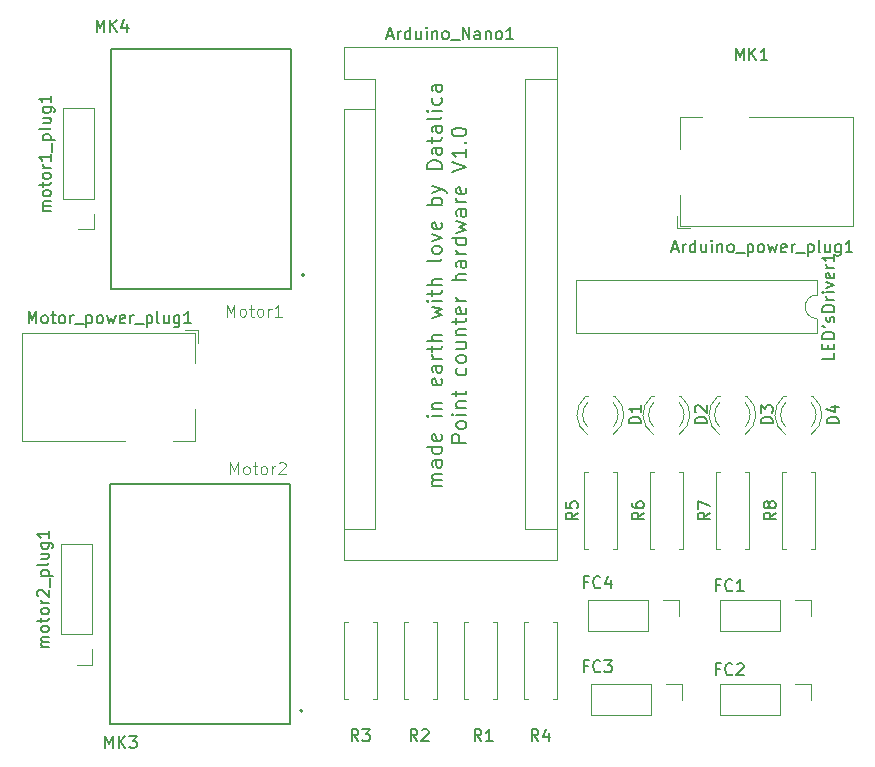
<source format=gto>
G04 #@! TF.GenerationSoftware,KiCad,Pcbnew,5.1.5-52549c5~84~ubuntu18.04.1*
G04 #@! TF.CreationDate,2020-09-18T13:51:25-05:00*
G04 #@! TF.ProjectId,pcb,7063622e-6b69-4636-9164-5f7063625858,rev?*
G04 #@! TF.SameCoordinates,Original*
G04 #@! TF.FileFunction,Legend,Top*
G04 #@! TF.FilePolarity,Positive*
%FSLAX46Y46*%
G04 Gerber Fmt 4.6, Leading zero omitted, Abs format (unit mm)*
G04 Created by KiCad (PCBNEW 5.1.5-52549c5~84~ubuntu18.04.1) date 2020-09-18 13:51:25*
%MOMM*%
%LPD*%
G04 APERTURE LIST*
%ADD10C,0.200000*%
%ADD11C,0.120000*%
%ADD12C,0.127000*%
%ADD13C,0.150000*%
%ADD14C,0.015000*%
G04 APERTURE END LIST*
D10*
X212989976Y-150484047D02*
X212156642Y-150484047D01*
X212275690Y-150484047D02*
X212216166Y-150424523D01*
X212156642Y-150305476D01*
X212156642Y-150126904D01*
X212216166Y-150007857D01*
X212335214Y-149948333D01*
X212989976Y-149948333D01*
X212335214Y-149948333D02*
X212216166Y-149888809D01*
X212156642Y-149769761D01*
X212156642Y-149591190D01*
X212216166Y-149472142D01*
X212335214Y-149412619D01*
X212989976Y-149412619D01*
X212989976Y-148281666D02*
X212335214Y-148281666D01*
X212216166Y-148341190D01*
X212156642Y-148460238D01*
X212156642Y-148698333D01*
X212216166Y-148817380D01*
X212930452Y-148281666D02*
X212989976Y-148400714D01*
X212989976Y-148698333D01*
X212930452Y-148817380D01*
X212811404Y-148876904D01*
X212692357Y-148876904D01*
X212573309Y-148817380D01*
X212513785Y-148698333D01*
X212513785Y-148400714D01*
X212454261Y-148281666D01*
X212989976Y-147150714D02*
X211739976Y-147150714D01*
X212930452Y-147150714D02*
X212989976Y-147269761D01*
X212989976Y-147507857D01*
X212930452Y-147626904D01*
X212870928Y-147686428D01*
X212751880Y-147745952D01*
X212394738Y-147745952D01*
X212275690Y-147686428D01*
X212216166Y-147626904D01*
X212156642Y-147507857D01*
X212156642Y-147269761D01*
X212216166Y-147150714D01*
X212930452Y-146079285D02*
X212989976Y-146198333D01*
X212989976Y-146436428D01*
X212930452Y-146555476D01*
X212811404Y-146615000D01*
X212335214Y-146615000D01*
X212216166Y-146555476D01*
X212156642Y-146436428D01*
X212156642Y-146198333D01*
X212216166Y-146079285D01*
X212335214Y-146019761D01*
X212454261Y-146019761D01*
X212573309Y-146615000D01*
X212989976Y-144531666D02*
X212156642Y-144531666D01*
X211739976Y-144531666D02*
X211799500Y-144591190D01*
X211859023Y-144531666D01*
X211799500Y-144472142D01*
X211739976Y-144531666D01*
X211859023Y-144531666D01*
X212156642Y-143936428D02*
X212989976Y-143936428D01*
X212275690Y-143936428D02*
X212216166Y-143876904D01*
X212156642Y-143757857D01*
X212156642Y-143579285D01*
X212216166Y-143460238D01*
X212335214Y-143400714D01*
X212989976Y-143400714D01*
X212930452Y-141376904D02*
X212989976Y-141495952D01*
X212989976Y-141734047D01*
X212930452Y-141853095D01*
X212811404Y-141912619D01*
X212335214Y-141912619D01*
X212216166Y-141853095D01*
X212156642Y-141734047D01*
X212156642Y-141495952D01*
X212216166Y-141376904D01*
X212335214Y-141317380D01*
X212454261Y-141317380D01*
X212573309Y-141912619D01*
X212989976Y-140245952D02*
X212335214Y-140245952D01*
X212216166Y-140305476D01*
X212156642Y-140424523D01*
X212156642Y-140662619D01*
X212216166Y-140781666D01*
X212930452Y-140245952D02*
X212989976Y-140365000D01*
X212989976Y-140662619D01*
X212930452Y-140781666D01*
X212811404Y-140841190D01*
X212692357Y-140841190D01*
X212573309Y-140781666D01*
X212513785Y-140662619D01*
X212513785Y-140365000D01*
X212454261Y-140245952D01*
X212989976Y-139650714D02*
X212156642Y-139650714D01*
X212394738Y-139650714D02*
X212275690Y-139591190D01*
X212216166Y-139531666D01*
X212156642Y-139412619D01*
X212156642Y-139293571D01*
X212156642Y-139055476D02*
X212156642Y-138579285D01*
X211739976Y-138876904D02*
X212811404Y-138876904D01*
X212930452Y-138817380D01*
X212989976Y-138698333D01*
X212989976Y-138579285D01*
X212989976Y-138162619D02*
X211739976Y-138162619D01*
X212989976Y-137626904D02*
X212335214Y-137626904D01*
X212216166Y-137686428D01*
X212156642Y-137805476D01*
X212156642Y-137984047D01*
X212216166Y-138103095D01*
X212275690Y-138162619D01*
X212156642Y-136198333D02*
X212989976Y-135960238D01*
X212394738Y-135722142D01*
X212989976Y-135484047D01*
X212156642Y-135245952D01*
X212989976Y-134769761D02*
X212156642Y-134769761D01*
X211739976Y-134769761D02*
X211799500Y-134829285D01*
X211859023Y-134769761D01*
X211799500Y-134710238D01*
X211739976Y-134769761D01*
X211859023Y-134769761D01*
X212156642Y-134353095D02*
X212156642Y-133876904D01*
X211739976Y-134174523D02*
X212811404Y-134174523D01*
X212930452Y-134115000D01*
X212989976Y-133995952D01*
X212989976Y-133876904D01*
X212989976Y-133460238D02*
X211739976Y-133460238D01*
X212989976Y-132924523D02*
X212335214Y-132924523D01*
X212216166Y-132984047D01*
X212156642Y-133103095D01*
X212156642Y-133281666D01*
X212216166Y-133400714D01*
X212275690Y-133460238D01*
X212989976Y-131198333D02*
X212930452Y-131317380D01*
X212811404Y-131376904D01*
X211739976Y-131376904D01*
X212989976Y-130543571D02*
X212930452Y-130662619D01*
X212870928Y-130722142D01*
X212751880Y-130781666D01*
X212394738Y-130781666D01*
X212275690Y-130722142D01*
X212216166Y-130662619D01*
X212156642Y-130543571D01*
X212156642Y-130365000D01*
X212216166Y-130245952D01*
X212275690Y-130186428D01*
X212394738Y-130126904D01*
X212751880Y-130126904D01*
X212870928Y-130186428D01*
X212930452Y-130245952D01*
X212989976Y-130365000D01*
X212989976Y-130543571D01*
X212156642Y-129710238D02*
X212989976Y-129412619D01*
X212156642Y-129115000D01*
X212930452Y-128162619D02*
X212989976Y-128281666D01*
X212989976Y-128519761D01*
X212930452Y-128638809D01*
X212811404Y-128698333D01*
X212335214Y-128698333D01*
X212216166Y-128638809D01*
X212156642Y-128519761D01*
X212156642Y-128281666D01*
X212216166Y-128162619D01*
X212335214Y-128103095D01*
X212454261Y-128103095D01*
X212573309Y-128698333D01*
X212989976Y-126615000D02*
X211739976Y-126615000D01*
X212216166Y-126615000D02*
X212156642Y-126495952D01*
X212156642Y-126257857D01*
X212216166Y-126138809D01*
X212275690Y-126079285D01*
X212394738Y-126019761D01*
X212751880Y-126019761D01*
X212870928Y-126079285D01*
X212930452Y-126138809D01*
X212989976Y-126257857D01*
X212989976Y-126495952D01*
X212930452Y-126615000D01*
X212156642Y-125603095D02*
X212989976Y-125305476D01*
X212156642Y-125007857D02*
X212989976Y-125305476D01*
X213287595Y-125424523D01*
X213347119Y-125484047D01*
X213406642Y-125603095D01*
X212989976Y-123579285D02*
X211739976Y-123579285D01*
X211739976Y-123281666D01*
X211799500Y-123103095D01*
X211918547Y-122984047D01*
X212037595Y-122924523D01*
X212275690Y-122865000D01*
X212454261Y-122865000D01*
X212692357Y-122924523D01*
X212811404Y-122984047D01*
X212930452Y-123103095D01*
X212989976Y-123281666D01*
X212989976Y-123579285D01*
X212989976Y-121793571D02*
X212335214Y-121793571D01*
X212216166Y-121853095D01*
X212156642Y-121972142D01*
X212156642Y-122210238D01*
X212216166Y-122329285D01*
X212930452Y-121793571D02*
X212989976Y-121912619D01*
X212989976Y-122210238D01*
X212930452Y-122329285D01*
X212811404Y-122388809D01*
X212692357Y-122388809D01*
X212573309Y-122329285D01*
X212513785Y-122210238D01*
X212513785Y-121912619D01*
X212454261Y-121793571D01*
X212156642Y-121376904D02*
X212156642Y-120900714D01*
X211739976Y-121198333D02*
X212811404Y-121198333D01*
X212930452Y-121138809D01*
X212989976Y-121019761D01*
X212989976Y-120900714D01*
X212989976Y-119948333D02*
X212335214Y-119948333D01*
X212216166Y-120007857D01*
X212156642Y-120126904D01*
X212156642Y-120365000D01*
X212216166Y-120484047D01*
X212930452Y-119948333D02*
X212989976Y-120067380D01*
X212989976Y-120365000D01*
X212930452Y-120484047D01*
X212811404Y-120543571D01*
X212692357Y-120543571D01*
X212573309Y-120484047D01*
X212513785Y-120365000D01*
X212513785Y-120067380D01*
X212454261Y-119948333D01*
X212989976Y-119174523D02*
X212930452Y-119293571D01*
X212811404Y-119353095D01*
X211739976Y-119353095D01*
X212989976Y-118698333D02*
X212156642Y-118698333D01*
X211739976Y-118698333D02*
X211799500Y-118757857D01*
X211859023Y-118698333D01*
X211799500Y-118638809D01*
X211739976Y-118698333D01*
X211859023Y-118698333D01*
X212930452Y-117567380D02*
X212989976Y-117686428D01*
X212989976Y-117924523D01*
X212930452Y-118043571D01*
X212870928Y-118103095D01*
X212751880Y-118162619D01*
X212394738Y-118162619D01*
X212275690Y-118103095D01*
X212216166Y-118043571D01*
X212156642Y-117924523D01*
X212156642Y-117686428D01*
X212216166Y-117567380D01*
X212989976Y-116495952D02*
X212335214Y-116495952D01*
X212216166Y-116555476D01*
X212156642Y-116674523D01*
X212156642Y-116912619D01*
X212216166Y-117031666D01*
X212930452Y-116495952D02*
X212989976Y-116615000D01*
X212989976Y-116912619D01*
X212930452Y-117031666D01*
X212811404Y-117091190D01*
X212692357Y-117091190D01*
X212573309Y-117031666D01*
X212513785Y-116912619D01*
X212513785Y-116615000D01*
X212454261Y-116495952D01*
X215064976Y-146793571D02*
X213814976Y-146793571D01*
X213814976Y-146317380D01*
X213874500Y-146198333D01*
X213934023Y-146138809D01*
X214053071Y-146079285D01*
X214231642Y-146079285D01*
X214350690Y-146138809D01*
X214410214Y-146198333D01*
X214469738Y-146317380D01*
X214469738Y-146793571D01*
X215064976Y-145365000D02*
X215005452Y-145484047D01*
X214945928Y-145543571D01*
X214826880Y-145603095D01*
X214469738Y-145603095D01*
X214350690Y-145543571D01*
X214291166Y-145484047D01*
X214231642Y-145365000D01*
X214231642Y-145186428D01*
X214291166Y-145067380D01*
X214350690Y-145007857D01*
X214469738Y-144948333D01*
X214826880Y-144948333D01*
X214945928Y-145007857D01*
X215005452Y-145067380D01*
X215064976Y-145186428D01*
X215064976Y-145365000D01*
X215064976Y-144412619D02*
X214231642Y-144412619D01*
X213814976Y-144412619D02*
X213874500Y-144472142D01*
X213934023Y-144412619D01*
X213874500Y-144353095D01*
X213814976Y-144412619D01*
X213934023Y-144412619D01*
X214231642Y-143817380D02*
X215064976Y-143817380D01*
X214350690Y-143817380D02*
X214291166Y-143757857D01*
X214231642Y-143638809D01*
X214231642Y-143460238D01*
X214291166Y-143341190D01*
X214410214Y-143281666D01*
X215064976Y-143281666D01*
X214231642Y-142865000D02*
X214231642Y-142388809D01*
X213814976Y-142686428D02*
X214886404Y-142686428D01*
X215005452Y-142626904D01*
X215064976Y-142507857D01*
X215064976Y-142388809D01*
X215005452Y-140484047D02*
X215064976Y-140603095D01*
X215064976Y-140841190D01*
X215005452Y-140960238D01*
X214945928Y-141019761D01*
X214826880Y-141079285D01*
X214469738Y-141079285D01*
X214350690Y-141019761D01*
X214291166Y-140960238D01*
X214231642Y-140841190D01*
X214231642Y-140603095D01*
X214291166Y-140484047D01*
X215064976Y-139769761D02*
X215005452Y-139888809D01*
X214945928Y-139948333D01*
X214826880Y-140007857D01*
X214469738Y-140007857D01*
X214350690Y-139948333D01*
X214291166Y-139888809D01*
X214231642Y-139769761D01*
X214231642Y-139591190D01*
X214291166Y-139472142D01*
X214350690Y-139412619D01*
X214469738Y-139353095D01*
X214826880Y-139353095D01*
X214945928Y-139412619D01*
X215005452Y-139472142D01*
X215064976Y-139591190D01*
X215064976Y-139769761D01*
X214231642Y-138281666D02*
X215064976Y-138281666D01*
X214231642Y-138817380D02*
X214886404Y-138817380D01*
X215005452Y-138757857D01*
X215064976Y-138638809D01*
X215064976Y-138460238D01*
X215005452Y-138341190D01*
X214945928Y-138281666D01*
X214231642Y-137686428D02*
X215064976Y-137686428D01*
X214350690Y-137686428D02*
X214291166Y-137626904D01*
X214231642Y-137507857D01*
X214231642Y-137329285D01*
X214291166Y-137210238D01*
X214410214Y-137150714D01*
X215064976Y-137150714D01*
X214231642Y-136734047D02*
X214231642Y-136257857D01*
X213814976Y-136555476D02*
X214886404Y-136555476D01*
X215005452Y-136495952D01*
X215064976Y-136376904D01*
X215064976Y-136257857D01*
X215005452Y-135365000D02*
X215064976Y-135484047D01*
X215064976Y-135722142D01*
X215005452Y-135841190D01*
X214886404Y-135900714D01*
X214410214Y-135900714D01*
X214291166Y-135841190D01*
X214231642Y-135722142D01*
X214231642Y-135484047D01*
X214291166Y-135365000D01*
X214410214Y-135305476D01*
X214529261Y-135305476D01*
X214648309Y-135900714D01*
X215064976Y-134769761D02*
X214231642Y-134769761D01*
X214469738Y-134769761D02*
X214350690Y-134710238D01*
X214291166Y-134650714D01*
X214231642Y-134531666D01*
X214231642Y-134412619D01*
X215064976Y-133043571D02*
X213814976Y-133043571D01*
X215064976Y-132507857D02*
X214410214Y-132507857D01*
X214291166Y-132567380D01*
X214231642Y-132686428D01*
X214231642Y-132865000D01*
X214291166Y-132984047D01*
X214350690Y-133043571D01*
X215064976Y-131376904D02*
X214410214Y-131376904D01*
X214291166Y-131436428D01*
X214231642Y-131555476D01*
X214231642Y-131793571D01*
X214291166Y-131912619D01*
X215005452Y-131376904D02*
X215064976Y-131495952D01*
X215064976Y-131793571D01*
X215005452Y-131912619D01*
X214886404Y-131972142D01*
X214767357Y-131972142D01*
X214648309Y-131912619D01*
X214588785Y-131793571D01*
X214588785Y-131495952D01*
X214529261Y-131376904D01*
X215064976Y-130781666D02*
X214231642Y-130781666D01*
X214469738Y-130781666D02*
X214350690Y-130722142D01*
X214291166Y-130662619D01*
X214231642Y-130543571D01*
X214231642Y-130424523D01*
X215064976Y-129472142D02*
X213814976Y-129472142D01*
X215005452Y-129472142D02*
X215064976Y-129591190D01*
X215064976Y-129829285D01*
X215005452Y-129948333D01*
X214945928Y-130007857D01*
X214826880Y-130067380D01*
X214469738Y-130067380D01*
X214350690Y-130007857D01*
X214291166Y-129948333D01*
X214231642Y-129829285D01*
X214231642Y-129591190D01*
X214291166Y-129472142D01*
X214231642Y-128995952D02*
X215064976Y-128757857D01*
X214469738Y-128519761D01*
X215064976Y-128281666D01*
X214231642Y-128043571D01*
X215064976Y-127031666D02*
X214410214Y-127031666D01*
X214291166Y-127091190D01*
X214231642Y-127210238D01*
X214231642Y-127448333D01*
X214291166Y-127567380D01*
X215005452Y-127031666D02*
X215064976Y-127150714D01*
X215064976Y-127448333D01*
X215005452Y-127567380D01*
X214886404Y-127626904D01*
X214767357Y-127626904D01*
X214648309Y-127567380D01*
X214588785Y-127448333D01*
X214588785Y-127150714D01*
X214529261Y-127031666D01*
X215064976Y-126436428D02*
X214231642Y-126436428D01*
X214469738Y-126436428D02*
X214350690Y-126376904D01*
X214291166Y-126317380D01*
X214231642Y-126198333D01*
X214231642Y-126079285D01*
X215005452Y-125186428D02*
X215064976Y-125305476D01*
X215064976Y-125543571D01*
X215005452Y-125662619D01*
X214886404Y-125722142D01*
X214410214Y-125722142D01*
X214291166Y-125662619D01*
X214231642Y-125543571D01*
X214231642Y-125305476D01*
X214291166Y-125186428D01*
X214410214Y-125126904D01*
X214529261Y-125126904D01*
X214648309Y-125722142D01*
X213814976Y-123817380D02*
X215064976Y-123400714D01*
X213814976Y-122984047D01*
X215064976Y-121912619D02*
X215064976Y-122626904D01*
X215064976Y-122269761D02*
X213814976Y-122269761D01*
X213993547Y-122388809D01*
X214112595Y-122507857D01*
X214172119Y-122626904D01*
X214945928Y-121376904D02*
X215005452Y-121317380D01*
X215064976Y-121376904D01*
X215005452Y-121436428D01*
X214945928Y-121376904D01*
X215064976Y-121376904D01*
X213814976Y-120543571D02*
X213814976Y-120424523D01*
X213874500Y-120305476D01*
X213934023Y-120245952D01*
X214053071Y-120186428D01*
X214291166Y-120126904D01*
X214588785Y-120126904D01*
X214826880Y-120186428D01*
X214945928Y-120245952D01*
X215005452Y-120305476D01*
X215064976Y-120424523D01*
X215064976Y-120543571D01*
X215005452Y-120662619D01*
X214945928Y-120722142D01*
X214826880Y-120781666D01*
X214588785Y-120841190D01*
X214291166Y-120841190D01*
X214053071Y-120781666D01*
X213934023Y-120722142D01*
X213874500Y-120662619D01*
X213814976Y-120543571D01*
D11*
X219966000Y-168510000D02*
X220296000Y-168510000D01*
X219966000Y-161970000D02*
X219966000Y-168510000D01*
X220296000Y-161970000D02*
X219966000Y-161970000D01*
X222706000Y-168510000D02*
X222376000Y-168510000D01*
X222706000Y-161970000D02*
X222706000Y-168510000D01*
X222376000Y-161970000D02*
X222706000Y-161970000D01*
X207356000Y-118504000D02*
X207356000Y-115964000D01*
X207356000Y-115964000D02*
X204686000Y-115964000D01*
X204686000Y-118504000D02*
X204686000Y-156734000D01*
X204686000Y-113294000D02*
X204686000Y-115964000D01*
X220056000Y-115964000D02*
X222726000Y-115964000D01*
X220056000Y-115964000D02*
X220056000Y-154064000D01*
X220056000Y-154064000D02*
X222726000Y-154064000D01*
X207356000Y-118504000D02*
X204686000Y-118504000D01*
X207356000Y-118504000D02*
X207356000Y-154064000D01*
X207356000Y-154064000D02*
X204686000Y-154064000D01*
X204686000Y-156734000D02*
X222726000Y-156734000D01*
X222726000Y-156734000D02*
X222726000Y-113294000D01*
X222726000Y-113294000D02*
X204686000Y-113294000D01*
X183550000Y-128724000D02*
X182220000Y-128724000D01*
X183550000Y-127394000D02*
X183550000Y-128724000D01*
X183550000Y-126124000D02*
X180890000Y-126124000D01*
X180890000Y-126124000D02*
X180890000Y-118444000D01*
X183550000Y-126124000D02*
X183550000Y-118444000D01*
X183550000Y-118444000D02*
X180890000Y-118444000D01*
X244550000Y-149270000D02*
X244220000Y-149270000D01*
X244550000Y-155810000D02*
X244550000Y-149270000D01*
X244220000Y-155810000D02*
X244550000Y-155810000D01*
X241810000Y-149270000D02*
X242140000Y-149270000D01*
X241810000Y-155810000D02*
X241810000Y-149270000D01*
X242140000Y-155810000D02*
X241810000Y-155810000D01*
X238962000Y-149270000D02*
X238632000Y-149270000D01*
X238962000Y-155810000D02*
X238962000Y-149270000D01*
X238632000Y-155810000D02*
X238962000Y-155810000D01*
X236222000Y-149270000D02*
X236552000Y-149270000D01*
X236222000Y-155810000D02*
X236222000Y-149270000D01*
X236552000Y-155810000D02*
X236222000Y-155810000D01*
X233374000Y-149270000D02*
X233044000Y-149270000D01*
X233374000Y-155810000D02*
X233374000Y-149270000D01*
X233044000Y-155810000D02*
X233374000Y-155810000D01*
X230634000Y-149270000D02*
X230964000Y-149270000D01*
X230634000Y-155810000D02*
X230634000Y-149270000D01*
X230964000Y-155810000D02*
X230634000Y-155810000D01*
X227786000Y-149270000D02*
X227456000Y-149270000D01*
X227786000Y-155810000D02*
X227786000Y-149270000D01*
X227456000Y-155810000D02*
X227786000Y-155810000D01*
X225046000Y-149270000D02*
X225376000Y-149270000D01*
X225046000Y-155810000D02*
X225046000Y-149270000D01*
X225376000Y-155810000D02*
X225046000Y-155810000D01*
X204726000Y-168510000D02*
X205056000Y-168510000D01*
X204726000Y-161970000D02*
X204726000Y-168510000D01*
X205056000Y-161970000D02*
X204726000Y-161970000D01*
X207466000Y-168510000D02*
X207136000Y-168510000D01*
X207466000Y-161970000D02*
X207466000Y-168510000D01*
X207136000Y-161970000D02*
X207466000Y-161970000D01*
X209806000Y-168510000D02*
X210136000Y-168510000D01*
X209806000Y-161970000D02*
X209806000Y-168510000D01*
X210136000Y-161970000D02*
X209806000Y-161970000D01*
X212546000Y-168510000D02*
X212216000Y-168510000D01*
X212546000Y-161970000D02*
X212546000Y-168510000D01*
X212216000Y-161970000D02*
X212546000Y-161970000D01*
X214886000Y-168510000D02*
X215216000Y-168510000D01*
X214886000Y-161970000D02*
X214886000Y-168510000D01*
X215216000Y-161970000D02*
X214886000Y-161970000D01*
X217626000Y-168510000D02*
X217296000Y-168510000D01*
X217626000Y-161970000D02*
X217626000Y-168510000D01*
X217296000Y-161970000D02*
X217626000Y-161970000D01*
X192110000Y-137450000D02*
X192110000Y-140050000D01*
X177410000Y-137450000D02*
X192110000Y-137450000D01*
X192110000Y-146650000D02*
X190210000Y-146650000D01*
X192110000Y-143950000D02*
X192110000Y-146650000D01*
X177410000Y-146650000D02*
X177410000Y-137450000D01*
X186210000Y-146650000D02*
X177410000Y-146650000D01*
X191260000Y-137250000D02*
X192310000Y-137250000D01*
X192310000Y-138300000D02*
X192310000Y-137250000D01*
X183410000Y-165598000D02*
X182080000Y-165598000D01*
X183410000Y-164268000D02*
X183410000Y-165598000D01*
X183410000Y-162998000D02*
X180750000Y-162998000D01*
X180750000Y-162998000D02*
X180750000Y-155318000D01*
X183410000Y-162998000D02*
X183410000Y-155318000D01*
X183410000Y-155318000D02*
X180750000Y-155318000D01*
D10*
X201194000Y-169458000D02*
G75*
G03X201194000Y-169458000I-100000J0D01*
G01*
D12*
X184874000Y-150298000D02*
X200114000Y-150298000D01*
X184874000Y-170618000D02*
X184874000Y-150298000D01*
X200114000Y-150298000D02*
X200114000Y-170618000D01*
X200114000Y-170618000D02*
X184874000Y-170618000D01*
D10*
X201334000Y-132584000D02*
G75*
G03X201334000Y-132584000I-100000J0D01*
G01*
D12*
X185014000Y-113424000D02*
X200254000Y-113424000D01*
X185014000Y-133744000D02*
X185014000Y-113424000D01*
X200254000Y-113424000D02*
X200254000Y-133744000D01*
X200254000Y-133744000D02*
X185014000Y-133744000D01*
D11*
X233080000Y-160100000D02*
X233080000Y-161430000D01*
X231750000Y-160100000D02*
X233080000Y-160100000D01*
X230480000Y-160100000D02*
X230480000Y-162760000D01*
X230480000Y-162760000D02*
X225340000Y-162760000D01*
X230480000Y-160100000D02*
X225340000Y-160100000D01*
X225340000Y-160100000D02*
X225340000Y-162760000D01*
X233334000Y-167212000D02*
X233334000Y-168542000D01*
X232004000Y-167212000D02*
X233334000Y-167212000D01*
X230734000Y-167212000D02*
X230734000Y-169872000D01*
X230734000Y-169872000D02*
X225594000Y-169872000D01*
X230734000Y-167212000D02*
X225594000Y-167212000D01*
X225594000Y-167212000D02*
X225594000Y-169872000D01*
X244256000Y-167212000D02*
X244256000Y-168542000D01*
X242926000Y-167212000D02*
X244256000Y-167212000D01*
X241656000Y-167212000D02*
X241656000Y-169872000D01*
X241656000Y-169872000D02*
X236516000Y-169872000D01*
X241656000Y-167212000D02*
X236516000Y-167212000D01*
X236516000Y-167212000D02*
X236516000Y-169872000D01*
X244256000Y-160100000D02*
X244256000Y-161430000D01*
X242926000Y-160100000D02*
X244256000Y-160100000D01*
X241656000Y-160100000D02*
X241656000Y-162760000D01*
X241656000Y-162760000D02*
X236516000Y-162760000D01*
X241656000Y-160100000D02*
X236516000Y-160100000D01*
X236516000Y-160100000D02*
X236516000Y-162760000D01*
X244764000Y-137518000D02*
X244764000Y-136268000D01*
X224324000Y-137518000D02*
X244764000Y-137518000D01*
X224324000Y-133018000D02*
X224324000Y-137518000D01*
X244764000Y-133018000D02*
X224324000Y-133018000D01*
X244764000Y-134268000D02*
X244764000Y-133018000D01*
X244764000Y-136268000D02*
G75*
G02X244764000Y-134268000I0J1000000D01*
G01*
X242100000Y-142852000D02*
X241944000Y-142852000D01*
X244416000Y-142852000D02*
X244260000Y-142852000D01*
X242100163Y-145453130D02*
G75*
G02X242100000Y-143371039I1079837J1041130D01*
G01*
X244259837Y-145453130D02*
G75*
G03X244260000Y-143371039I-1079837J1041130D01*
G01*
X242101392Y-146084335D02*
G75*
G02X241944484Y-142852000I1078608J1672335D01*
G01*
X244258608Y-146084335D02*
G75*
G03X244415516Y-142852000I-1078608J1672335D01*
G01*
X236512000Y-142852000D02*
X236356000Y-142852000D01*
X238828000Y-142852000D02*
X238672000Y-142852000D01*
X236512163Y-145453130D02*
G75*
G02X236512000Y-143371039I1079837J1041130D01*
G01*
X238671837Y-145453130D02*
G75*
G03X238672000Y-143371039I-1079837J1041130D01*
G01*
X236513392Y-146084335D02*
G75*
G02X236356484Y-142852000I1078608J1672335D01*
G01*
X238670608Y-146084335D02*
G75*
G03X238827516Y-142852000I-1078608J1672335D01*
G01*
X230924000Y-142852000D02*
X230768000Y-142852000D01*
X233240000Y-142852000D02*
X233084000Y-142852000D01*
X230924163Y-145453130D02*
G75*
G02X230924000Y-143371039I1079837J1041130D01*
G01*
X233083837Y-145453130D02*
G75*
G03X233084000Y-143371039I-1079837J1041130D01*
G01*
X230925392Y-146084335D02*
G75*
G02X230768484Y-142852000I1078608J1672335D01*
G01*
X233082608Y-146084335D02*
G75*
G03X233239516Y-142852000I-1078608J1672335D01*
G01*
X225336000Y-142852000D02*
X225180000Y-142852000D01*
X227652000Y-142852000D02*
X227496000Y-142852000D01*
X225336163Y-145453130D02*
G75*
G02X225336000Y-143371039I1079837J1041130D01*
G01*
X227495837Y-145453130D02*
G75*
G03X227496000Y-143371039I-1079837J1041130D01*
G01*
X225337392Y-146084335D02*
G75*
G02X225180484Y-142852000I1078608J1672335D01*
G01*
X227494608Y-146084335D02*
G75*
G03X227651516Y-142852000I-1078608J1672335D01*
G01*
X233136000Y-128438000D02*
X233136000Y-125838000D01*
X247836000Y-128438000D02*
X233136000Y-128438000D01*
X233136000Y-119238000D02*
X235036000Y-119238000D01*
X233136000Y-121938000D02*
X233136000Y-119238000D01*
X247836000Y-119238000D02*
X247836000Y-128438000D01*
X239036000Y-119238000D02*
X247836000Y-119238000D01*
X233986000Y-128638000D02*
X232936000Y-128638000D01*
X232936000Y-127588000D02*
X232936000Y-128638000D01*
D13*
X237890476Y-114372380D02*
X237890476Y-113372380D01*
X238223809Y-114086666D01*
X238557142Y-113372380D01*
X238557142Y-114372380D01*
X239033333Y-114372380D02*
X239033333Y-113372380D01*
X239604761Y-114372380D02*
X239176190Y-113800952D01*
X239604761Y-113372380D02*
X239033333Y-113943809D01*
X240557142Y-114372380D02*
X239985714Y-114372380D01*
X240271428Y-114372380D02*
X240271428Y-113372380D01*
X240176190Y-113515238D01*
X240080952Y-113610476D01*
X239985714Y-113658095D01*
X221169333Y-172042380D02*
X220836000Y-171566190D01*
X220597904Y-172042380D02*
X220597904Y-171042380D01*
X220978857Y-171042380D01*
X221074095Y-171090000D01*
X221121714Y-171137619D01*
X221169333Y-171232857D01*
X221169333Y-171375714D01*
X221121714Y-171470952D01*
X221074095Y-171518571D01*
X220978857Y-171566190D01*
X220597904Y-171566190D01*
X222026476Y-171375714D02*
X222026476Y-172042380D01*
X221788380Y-170994761D02*
X221550285Y-171709047D01*
X222169333Y-171709047D01*
X208372666Y-112320666D02*
X208848857Y-112320666D01*
X208277428Y-112606380D02*
X208610761Y-111606380D01*
X208944095Y-112606380D01*
X209277428Y-112606380D02*
X209277428Y-111939714D01*
X209277428Y-112130190D02*
X209325047Y-112034952D01*
X209372666Y-111987333D01*
X209467904Y-111939714D01*
X209563142Y-111939714D01*
X210325047Y-112606380D02*
X210325047Y-111606380D01*
X210325047Y-112558761D02*
X210229809Y-112606380D01*
X210039333Y-112606380D01*
X209944095Y-112558761D01*
X209896476Y-112511142D01*
X209848857Y-112415904D01*
X209848857Y-112130190D01*
X209896476Y-112034952D01*
X209944095Y-111987333D01*
X210039333Y-111939714D01*
X210229809Y-111939714D01*
X210325047Y-111987333D01*
X211229809Y-111939714D02*
X211229809Y-112606380D01*
X210801238Y-111939714D02*
X210801238Y-112463523D01*
X210848857Y-112558761D01*
X210944095Y-112606380D01*
X211086952Y-112606380D01*
X211182190Y-112558761D01*
X211229809Y-112511142D01*
X211706000Y-112606380D02*
X211706000Y-111939714D01*
X211706000Y-111606380D02*
X211658380Y-111654000D01*
X211706000Y-111701619D01*
X211753619Y-111654000D01*
X211706000Y-111606380D01*
X211706000Y-111701619D01*
X212182190Y-111939714D02*
X212182190Y-112606380D01*
X212182190Y-112034952D02*
X212229809Y-111987333D01*
X212325047Y-111939714D01*
X212467904Y-111939714D01*
X212563142Y-111987333D01*
X212610761Y-112082571D01*
X212610761Y-112606380D01*
X213229809Y-112606380D02*
X213134571Y-112558761D01*
X213086952Y-112511142D01*
X213039333Y-112415904D01*
X213039333Y-112130190D01*
X213086952Y-112034952D01*
X213134571Y-111987333D01*
X213229809Y-111939714D01*
X213372666Y-111939714D01*
X213467904Y-111987333D01*
X213515523Y-112034952D01*
X213563142Y-112130190D01*
X213563142Y-112415904D01*
X213515523Y-112511142D01*
X213467904Y-112558761D01*
X213372666Y-112606380D01*
X213229809Y-112606380D01*
X213753619Y-112701619D02*
X214515523Y-112701619D01*
X214753619Y-112606380D02*
X214753619Y-111606380D01*
X215325047Y-112606380D01*
X215325047Y-111606380D01*
X216229809Y-112606380D02*
X216229809Y-112082571D01*
X216182190Y-111987333D01*
X216086952Y-111939714D01*
X215896476Y-111939714D01*
X215801238Y-111987333D01*
X216229809Y-112558761D02*
X216134571Y-112606380D01*
X215896476Y-112606380D01*
X215801238Y-112558761D01*
X215753619Y-112463523D01*
X215753619Y-112368285D01*
X215801238Y-112273047D01*
X215896476Y-112225428D01*
X216134571Y-112225428D01*
X216229809Y-112177809D01*
X216706000Y-111939714D02*
X216706000Y-112606380D01*
X216706000Y-112034952D02*
X216753619Y-111987333D01*
X216848857Y-111939714D01*
X216991714Y-111939714D01*
X217086952Y-111987333D01*
X217134571Y-112082571D01*
X217134571Y-112606380D01*
X217753619Y-112606380D02*
X217658380Y-112558761D01*
X217610761Y-112511142D01*
X217563142Y-112415904D01*
X217563142Y-112130190D01*
X217610761Y-112034952D01*
X217658380Y-111987333D01*
X217753619Y-111939714D01*
X217896476Y-111939714D01*
X217991714Y-111987333D01*
X218039333Y-112034952D01*
X218086952Y-112130190D01*
X218086952Y-112415904D01*
X218039333Y-112511142D01*
X217991714Y-112558761D01*
X217896476Y-112606380D01*
X217753619Y-112606380D01*
X219039333Y-112606380D02*
X218467904Y-112606380D01*
X218753619Y-112606380D02*
X218753619Y-111606380D01*
X218658380Y-111749238D01*
X218563142Y-111844476D01*
X218467904Y-111892095D01*
X179878380Y-127194952D02*
X179211714Y-127194952D01*
X179306952Y-127194952D02*
X179259333Y-127147333D01*
X179211714Y-127052095D01*
X179211714Y-126909238D01*
X179259333Y-126814000D01*
X179354571Y-126766380D01*
X179878380Y-126766380D01*
X179354571Y-126766380D02*
X179259333Y-126718761D01*
X179211714Y-126623523D01*
X179211714Y-126480666D01*
X179259333Y-126385428D01*
X179354571Y-126337809D01*
X179878380Y-126337809D01*
X179878380Y-125718761D02*
X179830761Y-125814000D01*
X179783142Y-125861619D01*
X179687904Y-125909238D01*
X179402190Y-125909238D01*
X179306952Y-125861619D01*
X179259333Y-125814000D01*
X179211714Y-125718761D01*
X179211714Y-125575904D01*
X179259333Y-125480666D01*
X179306952Y-125433047D01*
X179402190Y-125385428D01*
X179687904Y-125385428D01*
X179783142Y-125433047D01*
X179830761Y-125480666D01*
X179878380Y-125575904D01*
X179878380Y-125718761D01*
X179211714Y-125099714D02*
X179211714Y-124718761D01*
X178878380Y-124956857D02*
X179735523Y-124956857D01*
X179830761Y-124909238D01*
X179878380Y-124814000D01*
X179878380Y-124718761D01*
X179878380Y-124242571D02*
X179830761Y-124337809D01*
X179783142Y-124385428D01*
X179687904Y-124433047D01*
X179402190Y-124433047D01*
X179306952Y-124385428D01*
X179259333Y-124337809D01*
X179211714Y-124242571D01*
X179211714Y-124099714D01*
X179259333Y-124004476D01*
X179306952Y-123956857D01*
X179402190Y-123909238D01*
X179687904Y-123909238D01*
X179783142Y-123956857D01*
X179830761Y-124004476D01*
X179878380Y-124099714D01*
X179878380Y-124242571D01*
X179878380Y-123480666D02*
X179211714Y-123480666D01*
X179402190Y-123480666D02*
X179306952Y-123433047D01*
X179259333Y-123385428D01*
X179211714Y-123290190D01*
X179211714Y-123194952D01*
X179878380Y-122337809D02*
X179878380Y-122909238D01*
X179878380Y-122623523D02*
X178878380Y-122623523D01*
X179021238Y-122718761D01*
X179116476Y-122814000D01*
X179164095Y-122909238D01*
X179973619Y-122147333D02*
X179973619Y-121385428D01*
X179211714Y-121147333D02*
X180211714Y-121147333D01*
X179259333Y-121147333D02*
X179211714Y-121052095D01*
X179211714Y-120861619D01*
X179259333Y-120766380D01*
X179306952Y-120718761D01*
X179402190Y-120671142D01*
X179687904Y-120671142D01*
X179783142Y-120718761D01*
X179830761Y-120766380D01*
X179878380Y-120861619D01*
X179878380Y-121052095D01*
X179830761Y-121147333D01*
X179878380Y-120099714D02*
X179830761Y-120194952D01*
X179735523Y-120242571D01*
X178878380Y-120242571D01*
X179211714Y-119290190D02*
X179878380Y-119290190D01*
X179211714Y-119718761D02*
X179735523Y-119718761D01*
X179830761Y-119671142D01*
X179878380Y-119575904D01*
X179878380Y-119433047D01*
X179830761Y-119337809D01*
X179783142Y-119290190D01*
X179211714Y-118385428D02*
X180021238Y-118385428D01*
X180116476Y-118433047D01*
X180164095Y-118480666D01*
X180211714Y-118575904D01*
X180211714Y-118718761D01*
X180164095Y-118814000D01*
X179830761Y-118385428D02*
X179878380Y-118480666D01*
X179878380Y-118671142D01*
X179830761Y-118766380D01*
X179783142Y-118814000D01*
X179687904Y-118861619D01*
X179402190Y-118861619D01*
X179306952Y-118814000D01*
X179259333Y-118766380D01*
X179211714Y-118671142D01*
X179211714Y-118480666D01*
X179259333Y-118385428D01*
X179878380Y-117385428D02*
X179878380Y-117956857D01*
X179878380Y-117671142D02*
X178878380Y-117671142D01*
X179021238Y-117766380D01*
X179116476Y-117861619D01*
X179164095Y-117956857D01*
X183760476Y-111962380D02*
X183760476Y-110962380D01*
X184093809Y-111676666D01*
X184427142Y-110962380D01*
X184427142Y-111962380D01*
X184903333Y-111962380D02*
X184903333Y-110962380D01*
X185474761Y-111962380D02*
X185046190Y-111390952D01*
X185474761Y-110962380D02*
X184903333Y-111533809D01*
X186331904Y-111295714D02*
X186331904Y-111962380D01*
X186093809Y-110914761D02*
X185855714Y-111629047D01*
X186474761Y-111629047D01*
X184480476Y-172612380D02*
X184480476Y-171612380D01*
X184813809Y-172326666D01*
X185147142Y-171612380D01*
X185147142Y-172612380D01*
X185623333Y-172612380D02*
X185623333Y-171612380D01*
X186194761Y-172612380D02*
X185766190Y-172040952D01*
X186194761Y-171612380D02*
X185623333Y-172183809D01*
X186528095Y-171612380D02*
X187147142Y-171612380D01*
X186813809Y-171993333D01*
X186956666Y-171993333D01*
X187051904Y-172040952D01*
X187099523Y-172088571D01*
X187147142Y-172183809D01*
X187147142Y-172421904D01*
X187099523Y-172517142D01*
X187051904Y-172564761D01*
X186956666Y-172612380D01*
X186670952Y-172612380D01*
X186575714Y-172564761D01*
X186528095Y-172517142D01*
X241262380Y-152706666D02*
X240786190Y-153040000D01*
X241262380Y-153278095D02*
X240262380Y-153278095D01*
X240262380Y-152897142D01*
X240310000Y-152801904D01*
X240357619Y-152754285D01*
X240452857Y-152706666D01*
X240595714Y-152706666D01*
X240690952Y-152754285D01*
X240738571Y-152801904D01*
X240786190Y-152897142D01*
X240786190Y-153278095D01*
X240690952Y-152135238D02*
X240643333Y-152230476D01*
X240595714Y-152278095D01*
X240500476Y-152325714D01*
X240452857Y-152325714D01*
X240357619Y-152278095D01*
X240310000Y-152230476D01*
X240262380Y-152135238D01*
X240262380Y-151944761D01*
X240310000Y-151849523D01*
X240357619Y-151801904D01*
X240452857Y-151754285D01*
X240500476Y-151754285D01*
X240595714Y-151801904D01*
X240643333Y-151849523D01*
X240690952Y-151944761D01*
X240690952Y-152135238D01*
X240738571Y-152230476D01*
X240786190Y-152278095D01*
X240881428Y-152325714D01*
X241071904Y-152325714D01*
X241167142Y-152278095D01*
X241214761Y-152230476D01*
X241262380Y-152135238D01*
X241262380Y-151944761D01*
X241214761Y-151849523D01*
X241167142Y-151801904D01*
X241071904Y-151754285D01*
X240881428Y-151754285D01*
X240786190Y-151801904D01*
X240738571Y-151849523D01*
X240690952Y-151944761D01*
X235674380Y-152706666D02*
X235198190Y-153040000D01*
X235674380Y-153278095D02*
X234674380Y-153278095D01*
X234674380Y-152897142D01*
X234722000Y-152801904D01*
X234769619Y-152754285D01*
X234864857Y-152706666D01*
X235007714Y-152706666D01*
X235102952Y-152754285D01*
X235150571Y-152801904D01*
X235198190Y-152897142D01*
X235198190Y-153278095D01*
X234674380Y-152373333D02*
X234674380Y-151706666D01*
X235674380Y-152135238D01*
X230086380Y-152706666D02*
X229610190Y-153040000D01*
X230086380Y-153278095D02*
X229086380Y-153278095D01*
X229086380Y-152897142D01*
X229134000Y-152801904D01*
X229181619Y-152754285D01*
X229276857Y-152706666D01*
X229419714Y-152706666D01*
X229514952Y-152754285D01*
X229562571Y-152801904D01*
X229610190Y-152897142D01*
X229610190Y-153278095D01*
X229086380Y-151849523D02*
X229086380Y-152040000D01*
X229134000Y-152135238D01*
X229181619Y-152182857D01*
X229324476Y-152278095D01*
X229514952Y-152325714D01*
X229895904Y-152325714D01*
X229991142Y-152278095D01*
X230038761Y-152230476D01*
X230086380Y-152135238D01*
X230086380Y-151944761D01*
X230038761Y-151849523D01*
X229991142Y-151801904D01*
X229895904Y-151754285D01*
X229657809Y-151754285D01*
X229562571Y-151801904D01*
X229514952Y-151849523D01*
X229467333Y-151944761D01*
X229467333Y-152135238D01*
X229514952Y-152230476D01*
X229562571Y-152278095D01*
X229657809Y-152325714D01*
X224498380Y-152706666D02*
X224022190Y-153040000D01*
X224498380Y-153278095D02*
X223498380Y-153278095D01*
X223498380Y-152897142D01*
X223546000Y-152801904D01*
X223593619Y-152754285D01*
X223688857Y-152706666D01*
X223831714Y-152706666D01*
X223926952Y-152754285D01*
X223974571Y-152801904D01*
X224022190Y-152897142D01*
X224022190Y-153278095D01*
X223498380Y-151801904D02*
X223498380Y-152278095D01*
X223974571Y-152325714D01*
X223926952Y-152278095D01*
X223879333Y-152182857D01*
X223879333Y-151944761D01*
X223926952Y-151849523D01*
X223974571Y-151801904D01*
X224069809Y-151754285D01*
X224307904Y-151754285D01*
X224403142Y-151801904D01*
X224450761Y-151849523D01*
X224498380Y-151944761D01*
X224498380Y-152182857D01*
X224450761Y-152278095D01*
X224403142Y-152325714D01*
X205929333Y-172042380D02*
X205596000Y-171566190D01*
X205357904Y-172042380D02*
X205357904Y-171042380D01*
X205738857Y-171042380D01*
X205834095Y-171090000D01*
X205881714Y-171137619D01*
X205929333Y-171232857D01*
X205929333Y-171375714D01*
X205881714Y-171470952D01*
X205834095Y-171518571D01*
X205738857Y-171566190D01*
X205357904Y-171566190D01*
X206262666Y-171042380D02*
X206881714Y-171042380D01*
X206548380Y-171423333D01*
X206691238Y-171423333D01*
X206786476Y-171470952D01*
X206834095Y-171518571D01*
X206881714Y-171613809D01*
X206881714Y-171851904D01*
X206834095Y-171947142D01*
X206786476Y-171994761D01*
X206691238Y-172042380D01*
X206405523Y-172042380D01*
X206310285Y-171994761D01*
X206262666Y-171947142D01*
X210924667Y-172042380D02*
X210591334Y-171566190D01*
X210353238Y-172042380D02*
X210353238Y-171042380D01*
X210734191Y-171042380D01*
X210829429Y-171090000D01*
X210877048Y-171137619D01*
X210924667Y-171232857D01*
X210924667Y-171375714D01*
X210877048Y-171470952D01*
X210829429Y-171518571D01*
X210734191Y-171566190D01*
X210353238Y-171566190D01*
X211305619Y-171137619D02*
X211353238Y-171090000D01*
X211448476Y-171042380D01*
X211686572Y-171042380D01*
X211781810Y-171090000D01*
X211829429Y-171137619D01*
X211877048Y-171232857D01*
X211877048Y-171328095D01*
X211829429Y-171470952D01*
X211258000Y-172042380D01*
X211877048Y-172042380D01*
X216343333Y-172042380D02*
X216010000Y-171566190D01*
X215771904Y-172042380D02*
X215771904Y-171042380D01*
X216152857Y-171042380D01*
X216248095Y-171090000D01*
X216295714Y-171137619D01*
X216343333Y-171232857D01*
X216343333Y-171375714D01*
X216295714Y-171470952D01*
X216248095Y-171518571D01*
X216152857Y-171566190D01*
X215771904Y-171566190D01*
X217295714Y-172042380D02*
X216724285Y-172042380D01*
X217010000Y-172042380D02*
X217010000Y-171042380D01*
X216914761Y-171185238D01*
X216819523Y-171280476D01*
X216724285Y-171328095D01*
X178002857Y-136660380D02*
X178002857Y-135660380D01*
X178336190Y-136374666D01*
X178669523Y-135660380D01*
X178669523Y-136660380D01*
X179288571Y-136660380D02*
X179193333Y-136612761D01*
X179145714Y-136565142D01*
X179098095Y-136469904D01*
X179098095Y-136184190D01*
X179145714Y-136088952D01*
X179193333Y-136041333D01*
X179288571Y-135993714D01*
X179431428Y-135993714D01*
X179526666Y-136041333D01*
X179574285Y-136088952D01*
X179621904Y-136184190D01*
X179621904Y-136469904D01*
X179574285Y-136565142D01*
X179526666Y-136612761D01*
X179431428Y-136660380D01*
X179288571Y-136660380D01*
X179907619Y-135993714D02*
X180288571Y-135993714D01*
X180050476Y-135660380D02*
X180050476Y-136517523D01*
X180098095Y-136612761D01*
X180193333Y-136660380D01*
X180288571Y-136660380D01*
X180764761Y-136660380D02*
X180669523Y-136612761D01*
X180621904Y-136565142D01*
X180574285Y-136469904D01*
X180574285Y-136184190D01*
X180621904Y-136088952D01*
X180669523Y-136041333D01*
X180764761Y-135993714D01*
X180907619Y-135993714D01*
X181002857Y-136041333D01*
X181050476Y-136088952D01*
X181098095Y-136184190D01*
X181098095Y-136469904D01*
X181050476Y-136565142D01*
X181002857Y-136612761D01*
X180907619Y-136660380D01*
X180764761Y-136660380D01*
X181526666Y-136660380D02*
X181526666Y-135993714D01*
X181526666Y-136184190D02*
X181574285Y-136088952D01*
X181621904Y-136041333D01*
X181717142Y-135993714D01*
X181812380Y-135993714D01*
X181907619Y-136755619D02*
X182669523Y-136755619D01*
X182907619Y-135993714D02*
X182907619Y-136993714D01*
X182907619Y-136041333D02*
X183002857Y-135993714D01*
X183193333Y-135993714D01*
X183288571Y-136041333D01*
X183336190Y-136088952D01*
X183383809Y-136184190D01*
X183383809Y-136469904D01*
X183336190Y-136565142D01*
X183288571Y-136612761D01*
X183193333Y-136660380D01*
X183002857Y-136660380D01*
X182907619Y-136612761D01*
X183955238Y-136660380D02*
X183860000Y-136612761D01*
X183812380Y-136565142D01*
X183764761Y-136469904D01*
X183764761Y-136184190D01*
X183812380Y-136088952D01*
X183860000Y-136041333D01*
X183955238Y-135993714D01*
X184098095Y-135993714D01*
X184193333Y-136041333D01*
X184240952Y-136088952D01*
X184288571Y-136184190D01*
X184288571Y-136469904D01*
X184240952Y-136565142D01*
X184193333Y-136612761D01*
X184098095Y-136660380D01*
X183955238Y-136660380D01*
X184621904Y-135993714D02*
X184812380Y-136660380D01*
X185002857Y-136184190D01*
X185193333Y-136660380D01*
X185383809Y-135993714D01*
X186145714Y-136612761D02*
X186050476Y-136660380D01*
X185860000Y-136660380D01*
X185764761Y-136612761D01*
X185717142Y-136517523D01*
X185717142Y-136136571D01*
X185764761Y-136041333D01*
X185860000Y-135993714D01*
X186050476Y-135993714D01*
X186145714Y-136041333D01*
X186193333Y-136136571D01*
X186193333Y-136231809D01*
X185717142Y-136327047D01*
X186621904Y-136660380D02*
X186621904Y-135993714D01*
X186621904Y-136184190D02*
X186669523Y-136088952D01*
X186717142Y-136041333D01*
X186812380Y-135993714D01*
X186907619Y-135993714D01*
X187002857Y-136755619D02*
X187764761Y-136755619D01*
X188002857Y-135993714D02*
X188002857Y-136993714D01*
X188002857Y-136041333D02*
X188098095Y-135993714D01*
X188288571Y-135993714D01*
X188383809Y-136041333D01*
X188431428Y-136088952D01*
X188479047Y-136184190D01*
X188479047Y-136469904D01*
X188431428Y-136565142D01*
X188383809Y-136612761D01*
X188288571Y-136660380D01*
X188098095Y-136660380D01*
X188002857Y-136612761D01*
X189050476Y-136660380D02*
X188955238Y-136612761D01*
X188907619Y-136517523D01*
X188907619Y-135660380D01*
X189860000Y-135993714D02*
X189860000Y-136660380D01*
X189431428Y-135993714D02*
X189431428Y-136517523D01*
X189479047Y-136612761D01*
X189574285Y-136660380D01*
X189717142Y-136660380D01*
X189812380Y-136612761D01*
X189860000Y-136565142D01*
X190764761Y-135993714D02*
X190764761Y-136803238D01*
X190717142Y-136898476D01*
X190669523Y-136946095D01*
X190574285Y-136993714D01*
X190431428Y-136993714D01*
X190336190Y-136946095D01*
X190764761Y-136612761D02*
X190669523Y-136660380D01*
X190479047Y-136660380D01*
X190383809Y-136612761D01*
X190336190Y-136565142D01*
X190288571Y-136469904D01*
X190288571Y-136184190D01*
X190336190Y-136088952D01*
X190383809Y-136041333D01*
X190479047Y-135993714D01*
X190669523Y-135993714D01*
X190764761Y-136041333D01*
X191764761Y-136660380D02*
X191193333Y-136660380D01*
X191479047Y-136660380D02*
X191479047Y-135660380D01*
X191383809Y-135803238D01*
X191288571Y-135898476D01*
X191193333Y-135946095D01*
X179738380Y-164068952D02*
X179071714Y-164068952D01*
X179166952Y-164068952D02*
X179119333Y-164021333D01*
X179071714Y-163926095D01*
X179071714Y-163783238D01*
X179119333Y-163688000D01*
X179214571Y-163640380D01*
X179738380Y-163640380D01*
X179214571Y-163640380D02*
X179119333Y-163592761D01*
X179071714Y-163497523D01*
X179071714Y-163354666D01*
X179119333Y-163259428D01*
X179214571Y-163211809D01*
X179738380Y-163211809D01*
X179738380Y-162592761D02*
X179690761Y-162688000D01*
X179643142Y-162735619D01*
X179547904Y-162783238D01*
X179262190Y-162783238D01*
X179166952Y-162735619D01*
X179119333Y-162688000D01*
X179071714Y-162592761D01*
X179071714Y-162449904D01*
X179119333Y-162354666D01*
X179166952Y-162307047D01*
X179262190Y-162259428D01*
X179547904Y-162259428D01*
X179643142Y-162307047D01*
X179690761Y-162354666D01*
X179738380Y-162449904D01*
X179738380Y-162592761D01*
X179071714Y-161973714D02*
X179071714Y-161592761D01*
X178738380Y-161830857D02*
X179595523Y-161830857D01*
X179690761Y-161783238D01*
X179738380Y-161688000D01*
X179738380Y-161592761D01*
X179738380Y-161116571D02*
X179690761Y-161211809D01*
X179643142Y-161259428D01*
X179547904Y-161307047D01*
X179262190Y-161307047D01*
X179166952Y-161259428D01*
X179119333Y-161211809D01*
X179071714Y-161116571D01*
X179071714Y-160973714D01*
X179119333Y-160878476D01*
X179166952Y-160830857D01*
X179262190Y-160783238D01*
X179547904Y-160783238D01*
X179643142Y-160830857D01*
X179690761Y-160878476D01*
X179738380Y-160973714D01*
X179738380Y-161116571D01*
X179738380Y-160354666D02*
X179071714Y-160354666D01*
X179262190Y-160354666D02*
X179166952Y-160307047D01*
X179119333Y-160259428D01*
X179071714Y-160164190D01*
X179071714Y-160068952D01*
X178833619Y-159783238D02*
X178786000Y-159735619D01*
X178738380Y-159640380D01*
X178738380Y-159402285D01*
X178786000Y-159307047D01*
X178833619Y-159259428D01*
X178928857Y-159211809D01*
X179024095Y-159211809D01*
X179166952Y-159259428D01*
X179738380Y-159830857D01*
X179738380Y-159211809D01*
X179833619Y-159021333D02*
X179833619Y-158259428D01*
X179071714Y-158021333D02*
X180071714Y-158021333D01*
X179119333Y-158021333D02*
X179071714Y-157926095D01*
X179071714Y-157735619D01*
X179119333Y-157640380D01*
X179166952Y-157592761D01*
X179262190Y-157545142D01*
X179547904Y-157545142D01*
X179643142Y-157592761D01*
X179690761Y-157640380D01*
X179738380Y-157735619D01*
X179738380Y-157926095D01*
X179690761Y-158021333D01*
X179738380Y-156973714D02*
X179690761Y-157068952D01*
X179595523Y-157116571D01*
X178738380Y-157116571D01*
X179071714Y-156164190D02*
X179738380Y-156164190D01*
X179071714Y-156592761D02*
X179595523Y-156592761D01*
X179690761Y-156545142D01*
X179738380Y-156449904D01*
X179738380Y-156307047D01*
X179690761Y-156211809D01*
X179643142Y-156164190D01*
X179071714Y-155259428D02*
X179881238Y-155259428D01*
X179976476Y-155307047D01*
X180024095Y-155354666D01*
X180071714Y-155449904D01*
X180071714Y-155592761D01*
X180024095Y-155688000D01*
X179690761Y-155259428D02*
X179738380Y-155354666D01*
X179738380Y-155545142D01*
X179690761Y-155640380D01*
X179643142Y-155688000D01*
X179547904Y-155735619D01*
X179262190Y-155735619D01*
X179166952Y-155688000D01*
X179119333Y-155640380D01*
X179071714Y-155545142D01*
X179071714Y-155354666D01*
X179119333Y-155259428D01*
X179738380Y-154259428D02*
X179738380Y-154830857D01*
X179738380Y-154545142D02*
X178738380Y-154545142D01*
X178881238Y-154640380D01*
X178976476Y-154735619D01*
X179024095Y-154830857D01*
D14*
X195100476Y-149442380D02*
X195100476Y-148442380D01*
X195433809Y-149156666D01*
X195767142Y-148442380D01*
X195767142Y-149442380D01*
X196386190Y-149442380D02*
X196290952Y-149394761D01*
X196243333Y-149347142D01*
X196195714Y-149251904D01*
X196195714Y-148966190D01*
X196243333Y-148870952D01*
X196290952Y-148823333D01*
X196386190Y-148775714D01*
X196529047Y-148775714D01*
X196624285Y-148823333D01*
X196671904Y-148870952D01*
X196719523Y-148966190D01*
X196719523Y-149251904D01*
X196671904Y-149347142D01*
X196624285Y-149394761D01*
X196529047Y-149442380D01*
X196386190Y-149442380D01*
X197005238Y-148775714D02*
X197386190Y-148775714D01*
X197148095Y-148442380D02*
X197148095Y-149299523D01*
X197195714Y-149394761D01*
X197290952Y-149442380D01*
X197386190Y-149442380D01*
X197862380Y-149442380D02*
X197767142Y-149394761D01*
X197719523Y-149347142D01*
X197671904Y-149251904D01*
X197671904Y-148966190D01*
X197719523Y-148870952D01*
X197767142Y-148823333D01*
X197862380Y-148775714D01*
X198005238Y-148775714D01*
X198100476Y-148823333D01*
X198148095Y-148870952D01*
X198195714Y-148966190D01*
X198195714Y-149251904D01*
X198148095Y-149347142D01*
X198100476Y-149394761D01*
X198005238Y-149442380D01*
X197862380Y-149442380D01*
X198624285Y-149442380D02*
X198624285Y-148775714D01*
X198624285Y-148966190D02*
X198671904Y-148870952D01*
X198719523Y-148823333D01*
X198814761Y-148775714D01*
X198910000Y-148775714D01*
X199195714Y-148537619D02*
X199243333Y-148490000D01*
X199338571Y-148442380D01*
X199576666Y-148442380D01*
X199671904Y-148490000D01*
X199719523Y-148537619D01*
X199767142Y-148632857D01*
X199767142Y-148728095D01*
X199719523Y-148870952D01*
X199148095Y-149442380D01*
X199767142Y-149442380D01*
X194769476Y-136101380D02*
X194769476Y-135101380D01*
X195102809Y-135815666D01*
X195436142Y-135101380D01*
X195436142Y-136101380D01*
X196055190Y-136101380D02*
X195959952Y-136053761D01*
X195912333Y-136006142D01*
X195864714Y-135910904D01*
X195864714Y-135625190D01*
X195912333Y-135529952D01*
X195959952Y-135482333D01*
X196055190Y-135434714D01*
X196198047Y-135434714D01*
X196293285Y-135482333D01*
X196340904Y-135529952D01*
X196388523Y-135625190D01*
X196388523Y-135910904D01*
X196340904Y-136006142D01*
X196293285Y-136053761D01*
X196198047Y-136101380D01*
X196055190Y-136101380D01*
X196674238Y-135434714D02*
X197055190Y-135434714D01*
X196817095Y-135101380D02*
X196817095Y-135958523D01*
X196864714Y-136053761D01*
X196959952Y-136101380D01*
X197055190Y-136101380D01*
X197531380Y-136101380D02*
X197436142Y-136053761D01*
X197388523Y-136006142D01*
X197340904Y-135910904D01*
X197340904Y-135625190D01*
X197388523Y-135529952D01*
X197436142Y-135482333D01*
X197531380Y-135434714D01*
X197674238Y-135434714D01*
X197769476Y-135482333D01*
X197817095Y-135529952D01*
X197864714Y-135625190D01*
X197864714Y-135910904D01*
X197817095Y-136006142D01*
X197769476Y-136053761D01*
X197674238Y-136101380D01*
X197531380Y-136101380D01*
X198293285Y-136101380D02*
X198293285Y-135434714D01*
X198293285Y-135625190D02*
X198340904Y-135529952D01*
X198388523Y-135482333D01*
X198483761Y-135434714D01*
X198579000Y-135434714D01*
X199436142Y-136101380D02*
X198864714Y-136101380D01*
X199150428Y-136101380D02*
X199150428Y-135101380D01*
X199055190Y-135244238D01*
X198959952Y-135339476D01*
X198864714Y-135387095D01*
D13*
X225328666Y-158564571D02*
X224995333Y-158564571D01*
X224995333Y-159088380D02*
X224995333Y-158088380D01*
X225471523Y-158088380D01*
X226423904Y-158993142D02*
X226376285Y-159040761D01*
X226233428Y-159088380D01*
X226138190Y-159088380D01*
X225995333Y-159040761D01*
X225900095Y-158945523D01*
X225852476Y-158850285D01*
X225804857Y-158659809D01*
X225804857Y-158516952D01*
X225852476Y-158326476D01*
X225900095Y-158231238D01*
X225995333Y-158136000D01*
X226138190Y-158088380D01*
X226233428Y-158088380D01*
X226376285Y-158136000D01*
X226423904Y-158183619D01*
X227281047Y-158421714D02*
X227281047Y-159088380D01*
X227042952Y-158040761D02*
X226804857Y-158755047D01*
X227423904Y-158755047D01*
X225328666Y-165676571D02*
X224995333Y-165676571D01*
X224995333Y-166200380D02*
X224995333Y-165200380D01*
X225471523Y-165200380D01*
X226423904Y-166105142D02*
X226376285Y-166152761D01*
X226233428Y-166200380D01*
X226138190Y-166200380D01*
X225995333Y-166152761D01*
X225900095Y-166057523D01*
X225852476Y-165962285D01*
X225804857Y-165771809D01*
X225804857Y-165628952D01*
X225852476Y-165438476D01*
X225900095Y-165343238D01*
X225995333Y-165248000D01*
X226138190Y-165200380D01*
X226233428Y-165200380D01*
X226376285Y-165248000D01*
X226423904Y-165295619D01*
X226757238Y-165200380D02*
X227376285Y-165200380D01*
X227042952Y-165581333D01*
X227185809Y-165581333D01*
X227281047Y-165628952D01*
X227328666Y-165676571D01*
X227376285Y-165771809D01*
X227376285Y-166009904D01*
X227328666Y-166105142D01*
X227281047Y-166152761D01*
X227185809Y-166200380D01*
X226900095Y-166200380D01*
X226804857Y-166152761D01*
X226757238Y-166105142D01*
X236504666Y-165930571D02*
X236171333Y-165930571D01*
X236171333Y-166454380D02*
X236171333Y-165454380D01*
X236647523Y-165454380D01*
X237599904Y-166359142D02*
X237552285Y-166406761D01*
X237409428Y-166454380D01*
X237314190Y-166454380D01*
X237171333Y-166406761D01*
X237076095Y-166311523D01*
X237028476Y-166216285D01*
X236980857Y-166025809D01*
X236980857Y-165882952D01*
X237028476Y-165692476D01*
X237076095Y-165597238D01*
X237171333Y-165502000D01*
X237314190Y-165454380D01*
X237409428Y-165454380D01*
X237552285Y-165502000D01*
X237599904Y-165549619D01*
X237980857Y-165549619D02*
X238028476Y-165502000D01*
X238123714Y-165454380D01*
X238361809Y-165454380D01*
X238457047Y-165502000D01*
X238504666Y-165549619D01*
X238552285Y-165644857D01*
X238552285Y-165740095D01*
X238504666Y-165882952D01*
X237933238Y-166454380D01*
X238552285Y-166454380D01*
X236504666Y-158818571D02*
X236171333Y-158818571D01*
X236171333Y-159342380D02*
X236171333Y-158342380D01*
X236647523Y-158342380D01*
X237599904Y-159247142D02*
X237552285Y-159294761D01*
X237409428Y-159342380D01*
X237314190Y-159342380D01*
X237171333Y-159294761D01*
X237076095Y-159199523D01*
X237028476Y-159104285D01*
X236980857Y-158913809D01*
X236980857Y-158770952D01*
X237028476Y-158580476D01*
X237076095Y-158485238D01*
X237171333Y-158390000D01*
X237314190Y-158342380D01*
X237409428Y-158342380D01*
X237552285Y-158390000D01*
X237599904Y-158437619D01*
X238552285Y-159342380D02*
X237980857Y-159342380D01*
X238266571Y-159342380D02*
X238266571Y-158342380D01*
X238171333Y-158485238D01*
X238076095Y-158580476D01*
X237980857Y-158628095D01*
X246216380Y-139196571D02*
X246216380Y-139672761D01*
X245216380Y-139672761D01*
X245692571Y-138863238D02*
X245692571Y-138529904D01*
X246216380Y-138387047D02*
X246216380Y-138863238D01*
X245216380Y-138863238D01*
X245216380Y-138387047D01*
X246216380Y-137958476D02*
X245216380Y-137958476D01*
X245216380Y-137720380D01*
X245264000Y-137577523D01*
X245359238Y-137482285D01*
X245454476Y-137434666D01*
X245644952Y-137387047D01*
X245787809Y-137387047D01*
X245978285Y-137434666D01*
X246073523Y-137482285D01*
X246168761Y-137577523D01*
X246216380Y-137720380D01*
X246216380Y-137958476D01*
X245216380Y-136910857D02*
X245406857Y-137006095D01*
X246168761Y-136529904D02*
X246216380Y-136434666D01*
X246216380Y-136244190D01*
X246168761Y-136148952D01*
X246073523Y-136101333D01*
X246025904Y-136101333D01*
X245930666Y-136148952D01*
X245883047Y-136244190D01*
X245883047Y-136387047D01*
X245835428Y-136482285D01*
X245740190Y-136529904D01*
X245692571Y-136529904D01*
X245597333Y-136482285D01*
X245549714Y-136387047D01*
X245549714Y-136244190D01*
X245597333Y-136148952D01*
X246216380Y-135672761D02*
X245216380Y-135672761D01*
X245216380Y-135434666D01*
X245264000Y-135291809D01*
X245359238Y-135196571D01*
X245454476Y-135148952D01*
X245644952Y-135101333D01*
X245787809Y-135101333D01*
X245978285Y-135148952D01*
X246073523Y-135196571D01*
X246168761Y-135291809D01*
X246216380Y-135434666D01*
X246216380Y-135672761D01*
X246216380Y-134672761D02*
X245549714Y-134672761D01*
X245740190Y-134672761D02*
X245644952Y-134625142D01*
X245597333Y-134577523D01*
X245549714Y-134482285D01*
X245549714Y-134387047D01*
X246216380Y-134053714D02*
X245549714Y-134053714D01*
X245216380Y-134053714D02*
X245264000Y-134101333D01*
X245311619Y-134053714D01*
X245264000Y-134006095D01*
X245216380Y-134053714D01*
X245311619Y-134053714D01*
X245549714Y-133672761D02*
X246216380Y-133434666D01*
X245549714Y-133196571D01*
X246168761Y-132434666D02*
X246216380Y-132529904D01*
X246216380Y-132720380D01*
X246168761Y-132815619D01*
X246073523Y-132863238D01*
X245692571Y-132863238D01*
X245597333Y-132815619D01*
X245549714Y-132720380D01*
X245549714Y-132529904D01*
X245597333Y-132434666D01*
X245692571Y-132387047D01*
X245787809Y-132387047D01*
X245883047Y-132863238D01*
X246216380Y-131958476D02*
X245549714Y-131958476D01*
X245740190Y-131958476D02*
X245644952Y-131910857D01*
X245597333Y-131863238D01*
X245549714Y-131768000D01*
X245549714Y-131672761D01*
X246216380Y-130815619D02*
X246216380Y-131387047D01*
X246216380Y-131101333D02*
X245216380Y-131101333D01*
X245359238Y-131196571D01*
X245454476Y-131291809D01*
X245502095Y-131387047D01*
X246592380Y-145150095D02*
X245592380Y-145150095D01*
X245592380Y-144912000D01*
X245640000Y-144769142D01*
X245735238Y-144673904D01*
X245830476Y-144626285D01*
X246020952Y-144578666D01*
X246163809Y-144578666D01*
X246354285Y-144626285D01*
X246449523Y-144673904D01*
X246544761Y-144769142D01*
X246592380Y-144912000D01*
X246592380Y-145150095D01*
X245925714Y-143721523D02*
X246592380Y-143721523D01*
X245544761Y-143959619D02*
X246259047Y-144197714D01*
X246259047Y-143578666D01*
X241004380Y-145150095D02*
X240004380Y-145150095D01*
X240004380Y-144912000D01*
X240052000Y-144769142D01*
X240147238Y-144673904D01*
X240242476Y-144626285D01*
X240432952Y-144578666D01*
X240575809Y-144578666D01*
X240766285Y-144626285D01*
X240861523Y-144673904D01*
X240956761Y-144769142D01*
X241004380Y-144912000D01*
X241004380Y-145150095D01*
X240004380Y-144245333D02*
X240004380Y-143626285D01*
X240385333Y-143959619D01*
X240385333Y-143816761D01*
X240432952Y-143721523D01*
X240480571Y-143673904D01*
X240575809Y-143626285D01*
X240813904Y-143626285D01*
X240909142Y-143673904D01*
X240956761Y-143721523D01*
X241004380Y-143816761D01*
X241004380Y-144102476D01*
X240956761Y-144197714D01*
X240909142Y-144245333D01*
X235416380Y-145150095D02*
X234416380Y-145150095D01*
X234416380Y-144912000D01*
X234464000Y-144769142D01*
X234559238Y-144673904D01*
X234654476Y-144626285D01*
X234844952Y-144578666D01*
X234987809Y-144578666D01*
X235178285Y-144626285D01*
X235273523Y-144673904D01*
X235368761Y-144769142D01*
X235416380Y-144912000D01*
X235416380Y-145150095D01*
X234511619Y-144197714D02*
X234464000Y-144150095D01*
X234416380Y-144054857D01*
X234416380Y-143816761D01*
X234464000Y-143721523D01*
X234511619Y-143673904D01*
X234606857Y-143626285D01*
X234702095Y-143626285D01*
X234844952Y-143673904D01*
X235416380Y-144245333D01*
X235416380Y-143626285D01*
X229828380Y-145150095D02*
X228828380Y-145150095D01*
X228828380Y-144912000D01*
X228876000Y-144769142D01*
X228971238Y-144673904D01*
X229066476Y-144626285D01*
X229256952Y-144578666D01*
X229399809Y-144578666D01*
X229590285Y-144626285D01*
X229685523Y-144673904D01*
X229780761Y-144769142D01*
X229828380Y-144912000D01*
X229828380Y-145150095D01*
X229828380Y-143626285D02*
X229828380Y-144197714D01*
X229828380Y-143912000D02*
X228828380Y-143912000D01*
X228971238Y-144007238D01*
X229066476Y-144102476D01*
X229114095Y-144197714D01*
X232512952Y-130354666D02*
X232989142Y-130354666D01*
X232417714Y-130640380D02*
X232751047Y-129640380D01*
X233084380Y-130640380D01*
X233417714Y-130640380D02*
X233417714Y-129973714D01*
X233417714Y-130164190D02*
X233465333Y-130068952D01*
X233512952Y-130021333D01*
X233608190Y-129973714D01*
X233703428Y-129973714D01*
X234465333Y-130640380D02*
X234465333Y-129640380D01*
X234465333Y-130592761D02*
X234370095Y-130640380D01*
X234179619Y-130640380D01*
X234084380Y-130592761D01*
X234036761Y-130545142D01*
X233989142Y-130449904D01*
X233989142Y-130164190D01*
X234036761Y-130068952D01*
X234084380Y-130021333D01*
X234179619Y-129973714D01*
X234370095Y-129973714D01*
X234465333Y-130021333D01*
X235370095Y-129973714D02*
X235370095Y-130640380D01*
X234941523Y-129973714D02*
X234941523Y-130497523D01*
X234989142Y-130592761D01*
X235084380Y-130640380D01*
X235227238Y-130640380D01*
X235322476Y-130592761D01*
X235370095Y-130545142D01*
X235846285Y-130640380D02*
X235846285Y-129973714D01*
X235846285Y-129640380D02*
X235798666Y-129688000D01*
X235846285Y-129735619D01*
X235893904Y-129688000D01*
X235846285Y-129640380D01*
X235846285Y-129735619D01*
X236322476Y-129973714D02*
X236322476Y-130640380D01*
X236322476Y-130068952D02*
X236370095Y-130021333D01*
X236465333Y-129973714D01*
X236608190Y-129973714D01*
X236703428Y-130021333D01*
X236751047Y-130116571D01*
X236751047Y-130640380D01*
X237370095Y-130640380D02*
X237274857Y-130592761D01*
X237227238Y-130545142D01*
X237179619Y-130449904D01*
X237179619Y-130164190D01*
X237227238Y-130068952D01*
X237274857Y-130021333D01*
X237370095Y-129973714D01*
X237512952Y-129973714D01*
X237608190Y-130021333D01*
X237655809Y-130068952D01*
X237703428Y-130164190D01*
X237703428Y-130449904D01*
X237655809Y-130545142D01*
X237608190Y-130592761D01*
X237512952Y-130640380D01*
X237370095Y-130640380D01*
X237893904Y-130735619D02*
X238655809Y-130735619D01*
X238893904Y-129973714D02*
X238893904Y-130973714D01*
X238893904Y-130021333D02*
X238989142Y-129973714D01*
X239179619Y-129973714D01*
X239274857Y-130021333D01*
X239322476Y-130068952D01*
X239370095Y-130164190D01*
X239370095Y-130449904D01*
X239322476Y-130545142D01*
X239274857Y-130592761D01*
X239179619Y-130640380D01*
X238989142Y-130640380D01*
X238893904Y-130592761D01*
X239941523Y-130640380D02*
X239846285Y-130592761D01*
X239798666Y-130545142D01*
X239751047Y-130449904D01*
X239751047Y-130164190D01*
X239798666Y-130068952D01*
X239846285Y-130021333D01*
X239941523Y-129973714D01*
X240084380Y-129973714D01*
X240179619Y-130021333D01*
X240227238Y-130068952D01*
X240274857Y-130164190D01*
X240274857Y-130449904D01*
X240227238Y-130545142D01*
X240179619Y-130592761D01*
X240084380Y-130640380D01*
X239941523Y-130640380D01*
X240608190Y-129973714D02*
X240798666Y-130640380D01*
X240989142Y-130164190D01*
X241179619Y-130640380D01*
X241370095Y-129973714D01*
X242132000Y-130592761D02*
X242036761Y-130640380D01*
X241846285Y-130640380D01*
X241751047Y-130592761D01*
X241703428Y-130497523D01*
X241703428Y-130116571D01*
X241751047Y-130021333D01*
X241846285Y-129973714D01*
X242036761Y-129973714D01*
X242132000Y-130021333D01*
X242179619Y-130116571D01*
X242179619Y-130211809D01*
X241703428Y-130307047D01*
X242608190Y-130640380D02*
X242608190Y-129973714D01*
X242608190Y-130164190D02*
X242655809Y-130068952D01*
X242703428Y-130021333D01*
X242798666Y-129973714D01*
X242893904Y-129973714D01*
X242989142Y-130735619D02*
X243751047Y-130735619D01*
X243989142Y-129973714D02*
X243989142Y-130973714D01*
X243989142Y-130021333D02*
X244084380Y-129973714D01*
X244274857Y-129973714D01*
X244370095Y-130021333D01*
X244417714Y-130068952D01*
X244465333Y-130164190D01*
X244465333Y-130449904D01*
X244417714Y-130545142D01*
X244370095Y-130592761D01*
X244274857Y-130640380D01*
X244084380Y-130640380D01*
X243989142Y-130592761D01*
X245036761Y-130640380D02*
X244941523Y-130592761D01*
X244893904Y-130497523D01*
X244893904Y-129640380D01*
X245846285Y-129973714D02*
X245846285Y-130640380D01*
X245417714Y-129973714D02*
X245417714Y-130497523D01*
X245465333Y-130592761D01*
X245560571Y-130640380D01*
X245703428Y-130640380D01*
X245798666Y-130592761D01*
X245846285Y-130545142D01*
X246751047Y-129973714D02*
X246751047Y-130783238D01*
X246703428Y-130878476D01*
X246655809Y-130926095D01*
X246560571Y-130973714D01*
X246417714Y-130973714D01*
X246322476Y-130926095D01*
X246751047Y-130592761D02*
X246655809Y-130640380D01*
X246465333Y-130640380D01*
X246370095Y-130592761D01*
X246322476Y-130545142D01*
X246274857Y-130449904D01*
X246274857Y-130164190D01*
X246322476Y-130068952D01*
X246370095Y-130021333D01*
X246465333Y-129973714D01*
X246655809Y-129973714D01*
X246751047Y-130021333D01*
X247751047Y-130640380D02*
X247179619Y-130640380D01*
X247465333Y-130640380D02*
X247465333Y-129640380D01*
X247370095Y-129783238D01*
X247274857Y-129878476D01*
X247179619Y-129926095D01*
M02*

</source>
